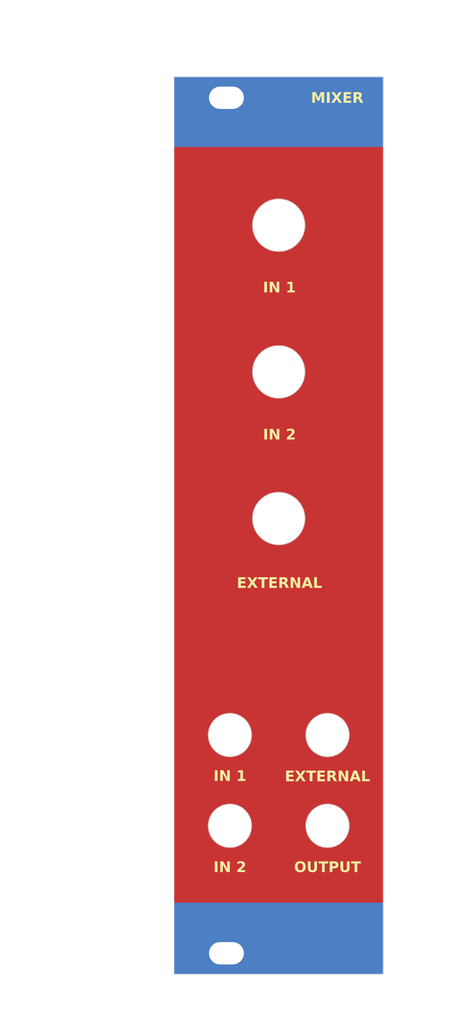
<source format=kicad_pcb>
(kicad_pcb (version 20240108) (generator "pcbnew") (generator_version "8.0")
  (layers (0 "F.Cu" signal) (31 "B.Cu" signal) (34 "B.Paste" user) (35 "F.Paste" user) (36 "B.SilkS" user "B.Silkscreen") (37 "F.SilkS" user "F.Silkscreen") (38 "B.Mask" user) (39 "F.Mask" user) (44 "Edge.Cuts" user))
  (net 0 "")
  (net 1 "GND")
  (footprint "BYOM_General:plated_rack_hole" (layer "F.Cu") (at 123.5 29.5)
    (property "Reference" "H1" (hide yes))
    (property "Value" "MountingHole_Pad")
    (pad "1" thru_hole oval (at 0 0) (size 6 4.2) (drill oval 5 3.2) (layers "*.Cu" "*.Mask") (net 1 "GND"))
  )
  (footprint "BYOM_General:plated_rack_hole" (layer "F.Cu") (at 123.5 152)
    (property "Reference" "H2" (hide yes))
    (property "Value" "MountingHole_Pad")
    (pad "1" thru_hole oval (at 0 0) (size 6 4.2) (drill oval 5 3.2) (layers "*.Cu" "*.Mask") (net 1 "GND"))
  )
  (gr_circle (center 131 89.75) (end 134.75 89.75) (stroke (width 0.1)) (fill none) (layer "Edge.Cuts"))
  (gr_circle (center 138 133.75) (end 141.1 133.75) (stroke (width 0.1)) (fill none) (layer "Edge.Cuts"))
  (gr_circle (center 138 120.75) (end 141.1 120.75) (stroke (width 0.1)) (fill none) (layer "Edge.Cuts"))
  (gr_circle (center 124 120.75) (end 127.1 120.75) (stroke (width 0.1)) (fill none) (layer "Edge.Cuts"))
  (gr_line (start 116 26.5) (end 146 26.5) (stroke (width 0.05)) (layer "Edge.Cuts"))
  (gr_line (start 146 155) (end 116 155) (stroke (width 0.05)) (layer "Edge.Cuts"))
  (gr_line (start 116 155) (end 116 26.5) (stroke (width 0.05)) (layer "Edge.Cuts"))
  (gr_line (start 146 26.5) (end 146 155) (stroke (width 0.05)) (layer "Edge.Cuts"))
  (gr_circle (center 131 68.75) (end 134.75 68.75) (stroke (width 0.1)) (fill none) (layer "Edge.Cuts"))
  (gr_circle (center 131 47.75) (end 134.75 47.75) (stroke (width 0.1)) (fill none) (layer "Edge.Cuts"))
  (gr_circle (center 124 133.75) (end 127.1 133.75) (stroke (width 0.1)) (fill none) (layer "Edge.Cuts"))
  (gr_text "OUTPUT" (at 138 139.75 0) (layer "F.SilkS") (effects (font (size 1.5 1.5) (thickness 0.15) (bold yes))))
  (gr_text "IN 1" (at 124 126.7 0) (layer "F.SilkS") (effects (font (size 1.5 1.5) (thickness 0.15) (bold yes))))
  (gr_text "IN 1" (at 131.1 56.75 0) (layer "F.SilkS") (effects (font (size 1.5 1.5) (thickness 0.15) (bold yes))))
  (gr_text "IN 2" (at 124 139.75 0) (layer "F.SilkS") (effects (font (size 1.5 1.5) (thickness 0.15) (bold yes))))
  (gr_text "MIXER" (at 139.4 29.6 0) (layer "F.SilkS") (effects (font (size 1.5 1.5) (thickness 0.15) (bold yes))))
  (gr_text "EXTERNAL" (at 131.11 99.06 0) (layer "F.SilkS") (effects (font (size 1.5 1.5) (thickness 0.15) (bold yes))))
  (gr_text "EXTERNAL" (at 138 126.75 0) (layer "F.SilkS") (effects (font (size 1.5 1.5) (thickness 0.15) (bold yes))))
  (gr_text "IN 2" (at 131.11 77.81 0) (layer "F.SilkS") (effects (font (size 1.5 1.5) (thickness 0.15) (bold yes))))
  (zone (net 1) (net_name "GND") (layer "F.Cu") (connect_pads yes (clearance 0.508)) (min_thickness 0.25) (fill yes (thermal_gap 0.5) (thermal_bridge_width 0.5) (island_removal_mode 1) (island_area_min 10))
    (polygon (pts (xy 115 25.75) (xy 115.5 155.25) (xy 146.5 155.25) (xy 146.5 25.75)))
  )
  (zone (net 1) (net_name "GND") (layer "B.Cu") (priority 1) (connect_pads yes (clearance 0.508)) (min_thickness 0.25) (fill yes (thermal_gap 0.5) (thermal_bridge_width 0.5) (island_removal_mode 1) (island_area_min 10))
    (polygon (pts (xy 115 25.75) (xy 115 36.55) (xy 146.5 36.55) (xy 146.5 25.75)))
  )
  (zone (net 1) (net_name "GND") (layer "B.Cu") (priority 1) (connect_pads yes (clearance 0.508)) (min_thickness 0.25) (fill yes (thermal_gap 0.5) (thermal_bridge_width 0.5) (island_removal_mode 1) (island_area_min 10))
    (polygon (pts (xy 115.1 144.75) (xy 115.1 155.55) (xy 146.6 155.55) (xy 146.6 144.75)))
  )
)
</source>
